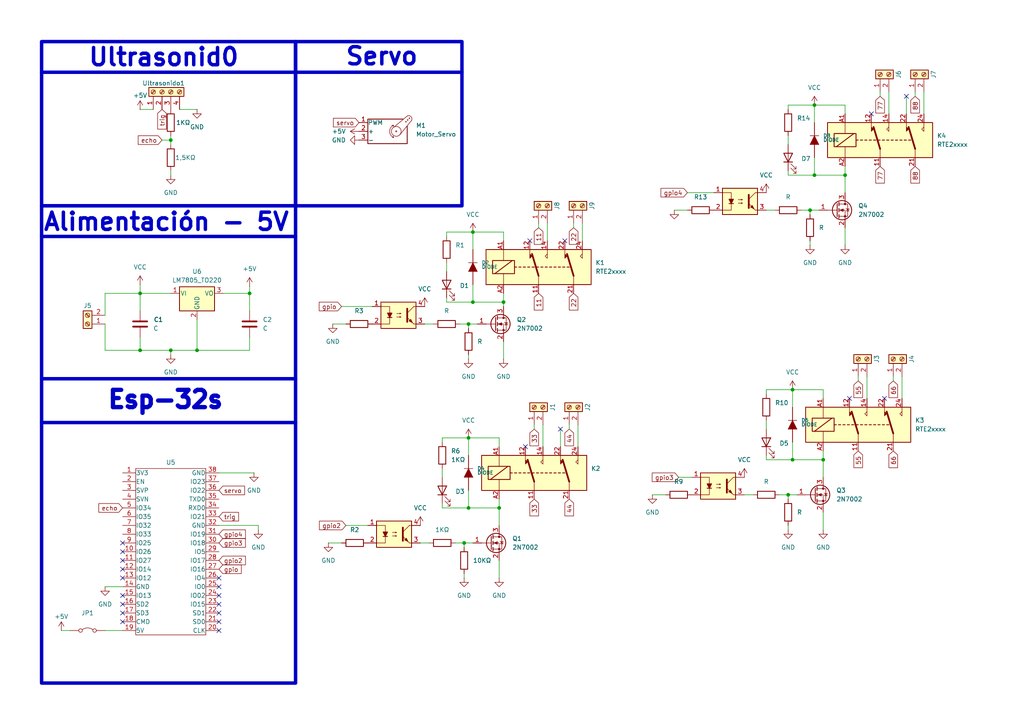
<source format=kicad_sch>
(kicad_sch (version 20231120) (generator "eeschema") (generator_version "8.0")
  (paper "A4")
  (lib_symbols
    (symbol "Connector:Screw_Terminal_01x02" (pin_names (offset 1.016) hide)
      (property "Reference" "J" (at 0 2.54 0))
      (property "Value" "Screw_Terminal_01x02" (at 0 -5.08 0))
      (symbol "Screw_Terminal_01x02_1_1"
        (pin passive line (at -5.08 0 0) (length 3.81) (name "Pin_1") (number "1"))
        (pin passive line (at -5.08 -2.54 0) (length 3.81) (name "Pin_2") (number "2"))
      )
    )
    (symbol "Connector:Screw_Terminal_01x04" (pin_names (offset 1.016) hide)
      (property "Reference" "J" (at 0 5.08 0))
      (property "Value" "Screw_Terminal_01x04" (at 0 -7.62 0))
      (symbol "Screw_Terminal_01x04_1_1"
        (pin passive line (at -5.08 2.54 0) (length 3.81) (name "Pin_1") (number "1"))
        (pin passive line (at -5.08 0 0) (length 3.81) (name "Pin_2") (number "2"))
        (pin passive line (at -5.08 -2.54 0) (length 3.81) (name "Pin_3") (number "3"))
        (pin passive line (at -5.08 -5.08 0) (length 3.81) (name "Pin_4") (number "4"))
      )
    )
    (symbol "Device:C" (pin_numbers hide) (pin_names (offset 0.254))
      (property "Reference" "C" (at 0.635 2.54 0))
      (property "Value" "C" (at 0.635 -2.54 0))
      (symbol "C_1_1"
        (pin passive line (at 0 3.81 270) (length 2.794) (name "~") (number "1"))
        (pin passive line (at 0 -3.81 90) (length 2.794) (name "~") (number "2"))
      )
    )
    (symbol "Device:LED" (pin_numbers hide) (pin_names (offset 1.016) hide)
      (property "Reference" "D" (at 0 2.54 0))
      (property "Value" "LED" (at 0 -2.54 0))
      (symbol "LED_1_1"
        (pin passive line (at -3.81 0 0) (length 2.54) (name "K") (number "1"))
        (pin passive line (at 3.81 0 180) (length 2.54) (name "A") (number "2"))
      )
    )
    (symbol "Device:R" (pin_numbers hide) (pin_names (offset 0))
      (property "Reference" "R" (at 2.032 0 90))
      (property "Value" "R" (at 0 0 90))
      (symbol "R_1_1"
        (pin passive line (at 0 3.81 270) (length 1.27) (name "~") (number "1"))
        (pin passive line (at 0 -3.81 90) (length 1.27) (name "~") (number "2"))
      )
    )
    (symbol "EESTN5:DIODE" (pin_numbers hide) (pin_names (offset 1.016) hide)
      (property "Reference" "D" (at 0 2.54 0))
      (property "Value" "DIODE" (at 0 -2.54 0))
      (symbol "DIODE_1_1"
        (pin passive line (at -5.08 0 0) (length 3.81) (name "A") (number "1"))
        (pin passive line (at 5.08 0 180) (length 3.81) (name "K") (number "2"))
      )
    )
    (symbol "EESTN5:ESP32_DEVKITC" (pin_names (offset 0.0254))
      (property "Reference" "U" (at 0 25.4 0))
      (property "Value" "ESP32_DEVKITC" (at 0 -25.4 0))
      (symbol "ESP32_DEVKITC_1_1"
        (pin passive line (at -13.97 22.86 0) (length 3.81) (name "3V3") (number "1"))
        (pin passive line (at -13.97 0 0) (length 3.81) (name "IO26") (number "10"))
        (pin passive line (at -13.97 -2.54 0) (length 3.81) (name "IO27") (number "11"))
        (pin passive line (at -13.97 -5.08 0) (length 3.81) (name "IO14") (number "12"))
        (pin passive line (at -13.97 -7.62 0) (length 3.81) (name "IO12") (number "13"))
        (pin passive line (at -13.97 -10.16 0) (length 3.81) (name "GND") (number "14"))
        (pin passive line (at -13.97 -12.7 0) (length 3.81) (name "IO13") (number "15"))
        (pin passive line (at -13.97 -15.24 0) (length 3.81) (name "SD2") (number "16"))
        (pin passive line (at -13.97 -17.78 0) (length 3.81) (name "SD3") (number "17"))
        (pin passive line (at -13.97 -20.32 0) (length 3.81) (name "CMD") (number "18"))
        (pin passive line (at -13.97 -22.86 0) (length 3.81) (name "5V") (number "19"))
        (pin passive line (at -13.97 20.32 0) (length 3.81) (name "EN") (number "2"))
        (pin passive line (at 13.97 -22.86 180) (length 3.81) (name "CLK") (number "20"))
        (pin passive line (at 13.97 -20.32 180) (length 3.81) (name "SD0") (number "21"))
        (pin passive line (at 13.97 -17.78 180) (length 3.81) (name "SD1") (number "22"))
        (pin passive line (at 13.97 -15.24 180) (length 3.81) (name "IO15") (number "23"))
        (pin passive line (at 13.97 -12.7 180) (length 3.81) (name "IO02") (number "24"))
        (pin passive line (at 13.97 -10.16 180) (length 3.81) (name "IO0") (number "25"))
        (pin passive line (at 13.97 -7.62 180) (length 3.81) (name "IO4") (number "26"))
        (pin passive line (at 13.97 -5.08 180) (length 3.81) (name "IO16") (number "27"))
        (pin passive line (at 13.97 -2.54 180) (length 3.81) (name "IO17") (number "28"))
        (pin passive line (at 13.97 0 180) (length 3.81) (name "IO5") (number "29"))
        (pin passive line (at -13.97 17.78 0) (length 3.81) (name "SVP") (number "3"))
        (pin passive line (at 13.97 2.54 180) (length 3.81) (name "IO18") (number "30"))
        (pin passive line (at 13.97 5.08 180) (length 3.81) (name "IO19") (number "31"))
        (pin passive line (at 13.97 7.62 180) (length 3.81) (name "GND") (number "32"))
        (pin passive line (at 13.97 10.16 180) (length 3.81) (name "IO21") (number "33"))
        (pin passive line (at 13.97 12.7 180) (length 3.81) (name "RXD0") (number "34"))
        (pin passive line (at 13.97 15.24 180) (length 3.81) (name "TXD0") (number "35"))
        (pin passive line (at 13.97 17.78 180) (length 3.81) (name "IO22") (number "36"))
        (pin passive line (at 13.97 20.32 180) (length 3.81) (name "IO23") (number "37"))
        (pin passive line (at 13.97 22.86 180) (length 3.81) (name "GND") (number "38"))
        (pin passive line (at -13.97 15.24 0) (length 3.81) (name "SVN") (number "4"))
        (pin passive line (at -13.97 12.7 0) (length 3.81) (name "IO34") (number "5"))
        (pin passive line (at -13.97 10.16 0) (length 3.81) (name "IO35") (number "6"))
        (pin passive line (at -13.97 7.62 0) (length 3.81) (name "IO32") (number "7"))
        (pin passive line (at -13.97 5.08 0) (length 3.81) (name "IO33") (number "8"))
        (pin passive line (at -13.97 2.54 0) (length 3.81) (name "IO25") (number "9"))
      )
    )
    (symbol "EESTN5:PC817" (pin_names (offset 1.016))
      (property "Reference" "U" (at -5.08 5.08 0))
      (property "Value" "PC817" (at 0 5.08 0))
      (symbol "PC817_1_1"
        (pin passive line (at -7.62 2.54 0) (length 2.54) (name "~") (number "1"))
        (pin passive line (at -7.62 -2.54 0) (length 2.54) (name "~") (number "2"))
        (pin passive line (at 7.62 -2.54 180) (length 2.54) (name "~") (number "3"))
        (pin passive line (at 7.62 2.54 180) (length 2.54) (name "~") (number "4"))
      )
    )
    (symbol "Jumper:Jumper_2_Bridged" (pin_numbers hide) (pin_names (offset 0) hide) (exclude_from_sim yes)
      (property "Reference" "JP" (at 0 1.905 0))
      (property "Value" "Jumper_2_Bridged" (at 0 -2.54 0))
      (symbol "Jumper_2_Bridged_1_1"
        (pin passive line (at -5.08 0 0) (length 2.54) (name "A") (number "1"))
        (pin passive line (at 5.08 0 180) (length 2.54) (name "B") (number "2"))
      )
    )
    (symbol "Motor:Motor_Servo" (pin_names (offset 0.0254))
      (property "Reference" "M" (at -5.08 4.445 0))
      (property "Value" "Motor_Servo" (at -5.08 -4.064 0))
      (symbol "Motor_Servo_1_1"
        (pin passive line (at -7.62 2.54 0) (length 2.54) (name "PWM") (number "1"))
        (pin passive line (at -7.62 0 0) (length 2.54) (name "+") (number "2"))
        (pin passive line (at -7.62 -2.54 0) (length 2.54) (name "-") (number "3"))
      )
    )
    (symbol "Regulator_Linear:LM7805_TO220" (pin_names (offset 0.254))
      (property "Reference" "U" (at -3.81 3.175 0))
      (property "Value" "LM7805_TO220" (at 0 3.175 0))
      (symbol "LM7805_TO220_1_1"
        (pin power_in line (at -7.62 0 0) (length 2.54) (name "VI") (number "1"))
        (pin power_in line (at 0 -7.62 90) (length 2.54) (name "GND") (number "2"))
        (pin power_out line (at 7.62 0 180) (length 2.54) (name "VO") (number "3"))
      )
    )
    (symbol "Relay:RTE2xxxx"
      (property "Reference" "K" (at 16.51 3.81 0))
      (property "Value" "RTE2xxxx" (at 16.51 1.27 0))
      (symbol "RTE2xxxx_1_1"
        (pin passive line (at 0 -7.62 90) (length 2.54) (name "~") (number "11"))
        (pin passive line (at -2.54 7.62 270) (length 2.54) (name "~") (number "12"))
        (pin passive line (at 2.54 7.62 270) (length 2.54) (name "~") (number "14"))
        (pin passive line (at 10.16 -7.62 90) (length 2.54) (name "~") (number "21"))
        (pin passive line (at 7.62 7.62 270) (length 2.54) (name "~") (number "22"))
        (pin passive line (at 12.7 7.62 270) (length 2.54) (name "~") (number "24"))
        (pin passive line (at -10.16 7.62 270) (length 2.54) (name "~") (number "A1"))
        (pin passive line (at -10.16 -7.62 90) (length 2.54) (name "~") (number "A2"))
      )
    )
    (symbol "Transistor_FET:2N7002" (pin_names hide)
      (property "Reference" "Q" (at 5.08 1.905 0))
      (property "Value" "2N7002" (at 5.08 0 0))
      (symbol "2N7002_1_1"
        (pin input line (at -5.08 0 0) (length 2.54) (name "G") (number "1"))
        (pin passive line (at 2.54 -5.08 90) (length 2.54) (name "S") (number "2"))
        (pin passive line (at 2.54 5.08 270) (length 2.54) (name "D") (number "3"))
      )
    )
    (symbol "power:+5V" (power) (pin_numbers hide) (pin_names (offset 0) hide)
      (property "Value" "+5V" (at 0 3.556 0))
      (symbol "+5V_1_1"
        (pin power_in line (at 0 0 90) (length 0) (name "~") (number "1"))
      )
    )
    (symbol "power:GND" (power) (pin_numbers hide) (pin_names (offset 0) hide)
      (property "Value" "GND" (at 0 -3.81 0))
      (symbol "GND_1_1"
        (pin power_in line (at 0 0 270) (length 0) (name "~") (number "1"))
      )
    )
    (symbol "power:VCC" (power) (pin_numbers hide) (pin_names (offset 0) hide)
      (property "Value" "VCC" (at 0 3.556 0))
      (symbol "VCC_1_1"
        (pin power_in line (at 0 0 90) (length 0) (name "~") (number "1"))
      )
    )
  )
  (junction (at 234.95 60.96))
  (junction (at 40.64 85.09))
  (junction (at 40.64 101.6))
  (junction (at 135.89 147.32))
  (junction (at 144.78 147.32))
  (junction (at 72.39 85.09))
  (junction (at 135.89 127))
  (junction (at 238.76 133.35))
  (junction (at 229.87 113.03))
  (junction (at 137.16 87.63))
  (junction (at 245.11 50.8))
  (junction (at 134.62 157.48))
  (junction (at 229.87 133.35))
  (junction (at 135.89 93.98))
  (junction (at 146.05 87.63))
  (junction (at 236.22 30.48))
  (junction (at 137.16 67.31))
  (junction (at 49.53 40.64))
  (junction (at 236.22 50.8))
  (junction (at 57.15 101.6))
  (junction (at 49.53 101.6))
  (junction (at 228.6 143.51))
  (no_connect (at 63.5 180.34))
  (no_connect (at 35.56 180.34))
  (no_connect (at 63.5 170.18))
  (no_connect (at 63.5 182.88))
  (no_connect (at 63.5 177.8))
  (no_connect (at 163.83 69.85))
  (no_connect (at 35.56 165.1))
  (no_connect (at 35.56 175.26))
  (no_connect (at 35.56 167.64))
  (no_connect (at 35.56 162.56))
  (no_connect (at 262.89 27.94))
  (no_connect (at 153.67 69.85))
  (no_connect (at 63.5 167.64))
  (no_connect (at 35.56 160.02))
  (no_connect (at 63.5 172.72))
  (no_connect (at 162.56 124.46))
  (no_connect (at 256.54 115.57))
  (no_connect (at 152.4 129.54))
  (no_connect (at 35.56 157.48))
  (no_connect (at 246.38 115.57))
  (no_connect (at 63.5 175.26))
  (no_connect (at 252.73 33.02))
  (no_connect (at 35.56 177.8))
  (no_connect (at 35.56 172.72))
  (wire (pts (xy 17.78 182.88) (xy 20.32 182.88)))
  (wire (pts (xy 64.77 85.09) (xy 72.39 85.09)))
  (wire (pts (xy 129.54 67.31) (xy 129.54 68.58)))
  (wire (pts (xy 134.62 167.64) (xy 134.62 166.37)))
  (wire (pts (xy 146.05 99.06) (xy 146.05 104.14)))
  (wire (pts (xy 144.78 127) (xy 135.89 127)))
  (wire (pts (xy 257.81 26.67) (xy 257.81 33.02)))
  (wire (pts (xy 168.91 64.77) (xy 168.91 69.85)))
  (wire (pts (xy 30.48 93.98) (xy 30.48 101.6)))
  (wire (pts (xy 189.23 143.51) (xy 193.04 143.51)))
  (wire (pts (xy 238.76 113.03) (xy 229.87 113.03)))
  (wire (pts (xy 40.64 82.55) (xy 40.64 85.09)))
  (wire (pts (xy 199.39 55.88) (xy 207.01 55.88)))
  (wire (pts (xy 99.06 88.9) (xy 107.95 88.9)))
  (wire (pts (xy 255.27 26.67) (xy 255.27 27.94)))
  (wire (pts (xy 124.46 157.48) (xy 121.92 157.48)))
  (wire (pts (xy 236.22 30.48) (xy 236.22 35.56)))
  (wire (pts (xy 228.6 50.8) (xy 236.22 50.8)))
  (wire (pts (xy 144.78 162.56) (xy 144.78 167.64)))
  (wire (pts (xy 137.16 67.31) (xy 137.16 72.39)))
  (wire (pts (xy 30.48 170.18) (xy 35.56 170.18)))
  (wire (pts (xy 236.22 45.72) (xy 236.22 50.8)))
  (wire (pts (xy 57.15 31.75) (xy 52.07 31.75)))
  (wire (pts (xy 128.27 135.89) (xy 128.27 138.43)))
  (wire (pts (xy 30.48 101.6) (xy 40.64 101.6)))
  (wire (pts (xy 238.76 113.03) (xy 238.76 115.57)))
  (wire (pts (xy 144.78 144.78) (xy 144.78 147.32)))
  (wire (pts (xy 245.11 66.04) (xy 245.11 71.12)))
  (wire (pts (xy 238.76 130.81) (xy 238.76 133.35)))
  (wire (pts (xy 46.99 40.64) (xy 49.53 40.64)))
  (wire (pts (xy 40.64 90.17) (xy 40.64 85.09)))
  (wire (pts (xy 236.22 50.8) (xy 245.11 50.8)))
  (wire (pts (xy 267.97 26.67) (xy 267.97 33.02)))
  (wire (pts (xy 132.08 157.48) (xy 134.62 157.48)))
  (wire (pts (xy 222.25 113.03) (xy 229.87 113.03)))
  (wire (pts (xy 158.75 64.77) (xy 158.75 69.85)))
  (wire (pts (xy 133.35 93.98) (xy 135.89 93.98)))
  (wire (pts (xy 49.53 102.87) (xy 49.53 101.6)))
  (wire (pts (xy 128.27 147.32) (xy 135.89 147.32)))
  (wire (pts (xy 125.73 93.98) (xy 123.19 93.98)))
  (wire (pts (xy 234.95 60.96) (xy 237.49 60.96)))
  (wire (pts (xy 137.16 82.55) (xy 137.16 87.63)))
  (wire (pts (xy 74.93 152.4) (xy 63.5 152.4)))
  (wire (pts (xy 72.39 90.17) (xy 72.39 85.09)))
  (wire (pts (xy 129.54 76.2) (xy 129.54 78.74)))
  (wire (pts (xy 146.05 67.31) (xy 146.05 69.85)))
  (wire (pts (xy 245.11 30.48) (xy 236.22 30.48)))
  (wire (pts (xy 228.6 30.48) (xy 236.22 30.48)))
  (wire (pts (xy 128.27 127) (xy 135.89 127)))
  (wire (pts (xy 229.87 128.27) (xy 229.87 133.35)))
  (wire (pts (xy 144.78 127) (xy 144.78 129.54)))
  (wire (pts (xy 259.08 109.22) (xy 259.08 110.49)))
  (wire (pts (xy 57.15 92.71) (xy 57.15 101.6)))
  (wire (pts (xy 135.89 127) (xy 135.89 132.08)))
  (wire (pts (xy 74.93 153.67) (xy 74.93 152.4)))
  (wire (pts (xy 156.21 64.77) (xy 156.21 66.04)))
  (wire (pts (xy 245.11 50.8) (xy 245.11 55.88)))
  (wire (pts (xy 229.87 113.03) (xy 229.87 118.11)))
  (wire (pts (xy 135.89 104.14) (xy 135.89 102.87)))
  (wire (pts (xy 57.15 101.6) (xy 72.39 101.6)))
  (wire (pts (xy 49.53 39.37) (xy 49.53 40.64)))
  (wire (pts (xy 40.64 101.6) (xy 49.53 101.6)))
  (wire (pts (xy 100.33 152.4) (xy 106.68 152.4)))
  (wire (pts (xy 49.53 101.6) (xy 57.15 101.6)))
  (wire (pts (xy 218.44 143.51) (xy 215.9 143.51)))
  (wire (pts (xy 95.25 157.48) (xy 99.06 157.48)))
  (wire (pts (xy 245.11 48.26) (xy 245.11 50.8)))
  (wire (pts (xy 49.53 50.8) (xy 49.53 49.53)))
  (wire (pts (xy 261.62 109.22) (xy 261.62 115.57)))
  (wire (pts (xy 40.64 97.79) (xy 40.64 101.6)))
  (wire (pts (xy 135.89 142.24) (xy 135.89 147.32)))
  (wire (pts (xy 135.89 95.25) (xy 135.89 93.98)))
  (wire (pts (xy 226.06 143.51) (xy 228.6 143.51)))
  (wire (pts (xy 40.64 85.09) (xy 49.53 85.09)))
  (wire (pts (xy 128.27 146.05) (xy 128.27 147.32)))
  (wire (pts (xy 228.6 49.53) (xy 228.6 50.8)))
  (wire (pts (xy 154.94 123.19) (xy 154.94 124.46)))
  (wire (pts (xy 222.25 133.35) (xy 229.87 133.35)))
  (wire (pts (xy 265.43 26.67) (xy 265.43 27.94)))
  (wire (pts (xy 222.25 121.92) (xy 222.25 124.46)))
  (wire (pts (xy 134.62 158.75) (xy 134.62 157.48)))
  (wire (pts (xy 30.48 85.09) (xy 40.64 85.09)))
  (wire (pts (xy 167.64 123.19) (xy 167.64 129.54)))
  (wire (pts (xy 30.48 91.44) (xy 30.48 85.09)))
  (wire (pts (xy 224.79 60.96) (xy 222.25 60.96)))
  (wire (pts (xy 228.6 153.67) (xy 228.6 152.4)))
  (wire (pts (xy 238.76 148.59) (xy 238.76 153.67)))
  (wire (pts (xy 196.85 138.43) (xy 200.66 138.43)))
  (wire (pts (xy 228.6 39.37) (xy 228.6 41.91)))
  (wire (pts (xy 228.6 144.78) (xy 228.6 143.51)))
  (wire (pts (xy 228.6 143.51) (xy 231.14 143.51)))
  (wire (pts (xy 73.66 137.16) (xy 63.5 137.16)))
  (wire (pts (xy 234.95 62.23) (xy 234.95 60.96)))
  (wire (pts (xy 30.48 182.88) (xy 35.56 182.88)))
  (wire (pts (xy 262.89 33.02) (xy 262.89 27.94)))
  (wire (pts (xy 234.95 71.12) (xy 234.95 69.85)))
  (wire (pts (xy 96.52 93.98) (xy 100.33 93.98)))
  (wire (pts (xy 146.05 85.09) (xy 146.05 87.63)))
  (wire (pts (xy 248.92 109.22) (xy 248.92 110.49)))
  (wire (pts (xy 222.25 113.03) (xy 222.25 114.3)))
  (wire (pts (xy 134.62 157.48) (xy 137.16 157.48)))
  (wire (pts (xy 40.64 31.75) (xy 44.45 31.75)))
  (wire (pts (xy 146.05 67.31) (xy 137.16 67.31)))
  (wire (pts (xy 195.58 60.96) (xy 199.39 60.96)))
  (wire (pts (xy 129.54 87.63) (xy 137.16 87.63)))
  (wire (pts (xy 166.37 64.77) (xy 166.37 66.04)))
  (wire (pts (xy 157.48 123.19) (xy 157.48 129.54)))
  (wire (pts (xy 146.05 87.63) (xy 146.05 88.9)))
  (wire (pts (xy 128.27 127) (xy 128.27 128.27)))
  (wire (pts (xy 228.6 30.48) (xy 228.6 31.75)))
  (wire (pts (xy 162.56 129.54) (xy 162.56 124.46)))
  (wire (pts (xy 72.39 83.058) (xy 72.39 85.09)))
  (wire (pts (xy 229.87 133.35) (xy 238.76 133.35)))
  (wire (pts (xy 232.41 60.96) (xy 234.95 60.96)))
  (wire (pts (xy 144.78 147.32) (xy 144.78 152.4)))
  (wire (pts (xy 165.1 123.19) (xy 165.1 124.46)))
  (wire (pts (xy 49.53 40.64) (xy 49.53 41.91)))
  (wire (pts (xy 251.46 109.22) (xy 251.46 115.57)))
  (wire (pts (xy 72.39 97.79) (xy 72.39 101.6)))
  (wire (pts (xy 137.16 87.63) (xy 146.05 87.63)))
  (wire (pts (xy 129.54 86.36) (xy 129.54 87.63)))
  (wire (pts (xy 135.89 147.32) (xy 144.78 147.32)))
  (wire (pts (xy 222.25 132.08) (xy 222.25 133.35)))
  (wire (pts (xy 245.11 30.48) (xy 245.11 33.02)))
  (wire (pts (xy 135.89 93.98) (xy 138.43 93.98)))
  (wire (pts (xy 238.76 133.35) (xy 238.76 138.43)))
  (wire (pts (xy 129.54 67.31) (xy 137.16 67.31)))
  (rectangle (start 12.065 122.555) (end 85.725 122.555) (stroke (width 1)))
  (rectangle (start 12.065 68.58) (end 85.725 68.58) (stroke (width 1)))
  (rectangle (start 12.065 109.855) (end 85.725 198.12) (stroke (width 1)))
  (rectangle (start 12.065 12.065) (end 85.725 59.69) (stroke (width 1)))
  (rectangle (start 12.065 20.955) (end 85.725 20.955) (stroke (width 1)))
  (rectangle (start 85.725 20.955) (end 133.985 20.955) (stroke (width 1)))
  (rectangle (start 85.725 12.065) (end 133.985 59.69) (stroke (width 1)))
  (rectangle (start 12.065 59.69) (end 85.725 109.855) (stroke (width 1)))
  (text "Esp-32s" (at 48.006 116.078 0) (effects (font (size 5 5) (thickness 2) (bold yes))))
  (text "Alimentación - 5V" (at 48.26 64.516 0) (effects (font (size 5 5) (thickness 1) (bold yes))))
  (text "Ultrasonid0\n" (at 47.498 16.764 0) (effects (font (size 5 5) (thickness 1) (bold yes))))
  (text "Servo\n" (at 110.744 16.51 0) (effects (font (size 5 5) (thickness 1) (bold yes))))
  (global_label "33" (shape input) (at 154.94 124.46 270) (property "Intersheetrefs" "${INTERSHEET_REFS}" (effects (hide yes))))
  (global_label "gpio4" (shape input) (at 63.5 154.94 0) (property "Intersheetrefs" "${INTERSHEET_REFS}" (effects (hide yes))))
  (global_label "55" (shape input) (at 248.92 110.49 270) (property "Intersheetrefs" "${INTERSHEET_REFS}" (effects (hide yes))))
  (global_label "88" (shape input) (at 265.43 48.26 270) (property "Intersheetrefs" "${INTERSHEET_REFS}" (effects (hide yes))))
  (global_label "44" (shape input) (at 165.1 124.46 270) (property "Intersheetrefs" "${INTERSHEET_REFS}" (effects (hide yes))))
  (global_label "gpio" (shape input) (at 99.06 88.9 180) (property "Intersheetrefs" "${INTERSHEET_REFS}" (effects (hide yes))))
  (global_label "gpio2" (shape input) (at 100.33 152.4 180) (property "Intersheetrefs" "${INTERSHEET_REFS}" (effects (hide yes))))
  (global_label "22" (shape input) (at 166.37 66.04 270) (property "Intersheetrefs" "${INTERSHEET_REFS}" (effects (hide yes))))
  (global_label "66" (shape input) (at 259.08 130.81 270) (property "Intersheetrefs" "${INTERSHEET_REFS}" (effects (hide yes))))
  (global_label "55" (shape input) (at 248.92 130.81 270) (property "Intersheetrefs" "${INTERSHEET_REFS}" (effects (hide yes))))
  (global_label "trig" (shape input) (at 63.5 149.86 0) (property "Intersheetrefs" "${INTERSHEET_REFS}" (effects (hide yes))))
  (global_label "11" (shape input) (at 156.21 85.09 270) (property "Intersheetrefs" "${INTERSHEET_REFS}" (effects (hide yes))))
  (global_label "gpio2" (shape input) (at 63.5 162.56 0) (property "Intersheetrefs" "${INTERSHEET_REFS}" (effects (hide yes))))
  (global_label "gpio4" (shape input) (at 199.39 55.88 180) (property "Intersheetrefs" "${INTERSHEET_REFS}" (effects (hide yes))))
  (global_label "88" (shape input) (at 265.43 27.94 270) (property "Intersheetrefs" "${INTERSHEET_REFS}" (effects (hide yes))))
  (global_label "echo" (shape input) (at 35.56 147.32 180) (property "Intersheetrefs" "${INTERSHEET_REFS}" (effects (hide yes))))
  (global_label "77" (shape input) (at 255.27 27.94 270) (property "Intersheetrefs" "${INTERSHEET_REFS}" (effects (hide yes))))
  (global_label "trig" (shape input) (at 46.99 31.75 270) (property "Intersheetrefs" "${INTERSHEET_REFS}" (effects (hide yes))))
  (global_label "66" (shape input) (at 259.08 110.49 270) (property "Intersheetrefs" "${INTERSHEET_REFS}" (effects (hide yes))))
  (global_label "servo" (shape input) (at 63.5 142.24 0) (property "Intersheetrefs" "${INTERSHEET_REFS}" (effects (hide yes))))
  (global_label "44" (shape input) (at 165.1 144.78 270) (property "Intersheetrefs" "${INTERSHEET_REFS}" (effects (hide yes))))
  (global_label "33" (shape input) (at 154.94 144.78 270) (property "Intersheetrefs" "${INTERSHEET_REFS}" (effects (hide yes))))
  (global_label "gpio" (shape input) (at 63.5 165.1 0) (property "Intersheetrefs" "${INTERSHEET_REFS}" (effects (hide yes))))
  (global_label "gpio3" (shape input) (at 63.5 157.48 0) (property "Intersheetrefs" "${INTERSHEET_REFS}" (effects (hide yes))))
  (global_label "11" (shape input) (at 156.21 66.04 270) (property "Intersheetrefs" "${INTERSHEET_REFS}" (effects (hide yes))))
  (global_label "22" (shape input) (at 166.37 85.09 270) (property "Intersheetrefs" "${INTERSHEET_REFS}" (effects (hide yes))))
  (global_label "servo" (shape input) (at 104.14 35.56 180) (property "Intersheetrefs" "${INTERSHEET_REFS}" (effects (hide yes))))
  (global_label "echo" (shape input) (at 46.99 40.64 180) (property "Intersheetrefs" "${INTERSHEET_REFS}" (effects (hide yes))))
  (global_label "gpio3" (shape input) (at 196.85 138.43 180) (property "Intersheetrefs" "${INTERSHEET_REFS}" (effects (hide yes))))
  (global_label "77" (shape input) (at 255.27 48.26 270) (property "Intersheetrefs" "${INTERSHEET_REFS}" (effects (hide yes))))
  (symbol (lib_id "Device:R") (at 222.25 143.51 270) (unit 1)
    (property "Reference" "R11" (effects (hide yes)))
    (property "Value" "R" (at 222.25 139.7 90))
    (property "Footprint" "Resistor_SMD:R_0805_2012Metric" (effects (hide yes)))
    (property "Description" "Resistor" (effects (hide yes)))
  )
  (symbol (lib_id "power:GND") (at 95.25 157.48 0) (unit 1)
    (property "Reference" "#PWR01" (effects (hide yes)))
    (property "Value" "GND" (at 95.25 162.56 0))
    (property "Description" "Power symbol creates a global label with name \"GND\" , ground" (effects (hide yes)))
  )
  (symbol (lib_id "Connector:Screw_Terminal_01x02") (at 166.37 59.69 90) (unit 1)
    (property "Reference" "J9" (at 171.704 59.69 0))
    (property "Value" "Screw_Terminal_01x02" (effects (hide yes)))
    (property "Footprint" "TerminalBlock:TerminalBlock_Altech_AK300-2_P5.00mm" (effects (hide yes)))
    (property "Description" "Generic screw terminal, single row, 01x02, script generated (kicad-library-utils/schlib/autogen/connector/)" (effects (hide yes)))
  )
  (symbol (lib_id "power:+5V") (at 72.39 83.058 0) (unit 1)
    (property "Reference" "#PWR030" (effects (hide yes)))
    (property "Value" "+5V" (at 72.39 77.978 0))
    (property "Description" "Power symbol creates a global label with name \"+5V\"" (effects (hide yes)))
  )
  (symbol (lib_id "Device:R") (at 129.54 93.98 270) (unit 1)
    (property "Reference" "R5" (effects (hide yes)))
    (property "Value" "R" (at 129.54 90.17 90))
    (property "Footprint" "Resistor_SMD:R_0805_2012Metric" (effects (hide yes)))
    (property "Description" "Resistor" (effects (hide yes)))
  )
  (symbol (lib_id "Device:R") (at 228.6 148.59 180) (unit 1)
    (property "Reference" "R12" (effects (hide yes)))
    (property "Value" "R" (at 231.14 148.5899 0) (effects (justify right)))
    (property "Footprint" "Resistor_SMD:R_0805_2012Metric" (effects (hide yes)))
    (property "Description" "Resistor" (effects (hide yes)))
  )
  (symbol (lib_id "EESTN5:DIODE") (at 135.89 137.16 90) (unit 1)
    (property "Reference" "D4" (at 138.43 135.8518 90) (effects (font (size 1.016 1.016)) (justify right)))
    (property "Value" "DIODE" (at 138.43 137.1218 90) (effects (font (size 1.016 1.016)) (justify right)))
    (property "Footprint" "Diode_SMD:D_SMA" (effects (hide yes)))
  )
  (symbol (lib_id "Connector:Screw_Terminal_01x02") (at 255.27 21.59 90) (unit 1)
    (property "Reference" "J6" (at 260.604 21.59 0))
    (property "Value" "Screw_Terminal_01x02" (effects (hide yes)))
    (property "Footprint" "TerminalBlock:TerminalBlock_Altech_AK300-2_P5.00mm" (effects (hide yes)))
    (property "Description" "Generic screw terminal, single row, 01x02, script generated (kicad-library-utils/schlib/autogen/connector/)" (effects (hide yes)))
  )
  (symbol (lib_id "Connector:Screw_Terminal_01x02") (at 265.43 21.59 90) (unit 1)
    (property "Reference" "J7" (at 270.764 21.59 0))
    (property "Value" "Screw_Terminal_01x02" (effects (hide yes)))
    (property "Footprint" "TerminalBlock:TerminalBlock_Altech_AK300-2_P5.00mm" (effects (hide yes)))
    (property "Description" "Generic screw terminal, single row, 01x02, script generated (kicad-library-utils/schlib/autogen/connector/)" (effects (hide yes)))
  )
  (symbol (lib_id "power:GND") (at 245.11 71.12 0) (unit 1)
    (property "Reference" "#PWR016" (effects (hide yes)))
    (property "Value" "GND" (at 245.11 76.2 0))
    (property "Description" "Power symbol creates a global label with name \"GND\" , ground" (effects (hide yes)))
  )
  (symbol (lib_id "power:GND") (at 30.48 170.18 0) (unit 1)
    (property "Reference" "#PWR020" (effects (hide yes)))
    (property "Value" "GND" (at 30.48 175.26 0))
    (property "Description" "Power symbol creates a global label with name \"GND\" , ground" (effects (hide yes)))
  )
  (symbol (lib_id "Device:C") (at 40.64 93.98 0) (unit 1)
    (property "Reference" "C1" (at 44.45 92.7099 0) (effects (font (bold yes)) (justify left)))
    (property "Value" "C" (at 44.45 95.2499 0) (effects (justify left)))
    (property "Footprint" "Capacitor_SMD:C_0805_2012Metric" (effects (hide yes)))
    (property "Description" "Unpolarized capacitor" (effects (hide yes)))
  )
  (symbol (lib_id "power:+5V") (at 40.64 31.75 0) (unit 1)
    (property "Reference" "#PWR026" (effects (hide yes)))
    (property "Value" "+5V" (at 38.608 27.686 0) (effects (justify left)))
    (property "Description" "Power symbol creates a global label with name \"+5V\"" (effects (hide yes)))
  )
  (symbol (lib_id "power:GND") (at 234.95 71.12 0) (unit 1)
    (property "Reference" "#PWR015" (effects (hide yes)))
    (property "Value" "GND" (at 234.95 76.2 0))
    (property "Description" "Power symbol creates a global label with name \"GND\" , ground" (effects (hide yes)))
  )
  (symbol (lib_id "Transistor_FET:2N7002") (at 242.57 60.96 0) (unit 1)
    (property "Reference" "Q4" (at 248.92 59.6899 0) (effects (justify left)))
    (property "Value" "2N7002" (at 248.92 62.2299 0) (effects (justify left)))
    (property "Footprint" "Package_TO_SOT_SMD:SOT-23" (effects (hide yes)))
    (property "Datasheet" "https://www.onsemi.com/pub/Collateral/NDS7002A-D.PDF" (effects (hide yes)))
    (property "Description" "0.115A Id, 60V Vds, N-Channel MOSFET, SOT-23" (effects (hide yes)))
  )
  (symbol (lib_id "Transistor_FET:2N7002") (at 236.22 143.51 0) (unit 1)
    (property "Reference" "Q3" (at 242.57 142.2399 0) (effects (justify left)))
    (property "Value" "2N7002" (at 242.57 144.7799 0) (effects (justify left)))
    (property "Footprint" "Package_TO_SOT_SMD:SOT-23" (effects (hide yes)))
    (property "Datasheet" "https://www.onsemi.com/pub/Collateral/NDS7002A-D.PDF" (effects (hide yes)))
    (property "Description" "0.115A Id, 60V Vds, N-Channel MOSFET, SOT-23" (effects (hide yes)))
  )
  (symbol (lib_id "power:VCC") (at 222.25 55.88 0) (unit 1)
    (property "Reference" "#PWR014" (effects (hide yes)))
    (property "Value" "VCC" (at 222.25 50.8 0))
    (property "Description" "Power symbol creates a global label with name \"VCC\"" (effects (hide yes)))
  )
  (symbol (lib_id "Device:LED") (at 222.25 128.27 90) (unit 1)
    (property "Reference" "D5" (at 226.06 128.5874 90) (effects (justify right)))
    (property "Value" "LED" (effects (hide yes)))
    (property "Footprint" "LED_SMD:LED_0805_2012Metric" (effects (hide yes)))
    (property "Description" "Light emitting diode" (effects (hide yes)))
  )
  (symbol (lib_id "Jumper:Jumper_2_Bridged") (at 25.4 182.88 0) (unit 1) (exclude_from_sim yes)
    (property "Reference" "JP1" (at 25.4 177.8 0))
    (property "Value" "Jumper_2_Bridged" (effects (hide yes)))
    (property "Footprint" "Connector_PinHeader_2.54mm:PinHeader_1x02_P2.54mm_Vertical" (effects (hide yes)))
    (property "Description" "Jumper, 2-pole, closed/bridged" (effects (hide yes)))
  )
  (symbol (lib_id "Connector:Screw_Terminal_01x02") (at 156.21 59.69 90) (unit 1)
    (property "Reference" "J8" (at 161.544 59.69 0))
    (property "Value" "Screw_Terminal_01x02" (effects (hide yes)))
    (property "Footprint" "TerminalBlock:TerminalBlock_Altech_AK300-2_P5.00mm" (effects (hide yes)))
    (property "Description" "Generic screw terminal, single row, 01x02, script generated (kicad-library-utils/schlib/autogen/connector/)" (effects (hide yes)))
  )
  (symbol (lib_id "EESTN5:ESP32_DEVKITC") (at 49.53 160.02 0) (unit 1)
    (property "Reference" "U5" (at 49.53 134.112 0))
    (property "Value" "ESP32_DEVKITC" (effects (hide yes)))
    (property "Footprint" "EESTN5:ESP32S" (effects (hide yes)))
    (property "Description" "ESP32-DEVKITC" (effects (hide yes)))
  )
  (symbol (lib_id "Device:R") (at 135.89 99.06 180) (unit 1)
    (property "Reference" "R4" (effects (hide yes)))
    (property "Value" "R" (at 138.43 99.0599 0) (effects (justify right)))
    (property "Footprint" "Resistor_SMD:R_0805_2012Metric" (effects (hide yes)))
    (property "Description" "Resistor" (effects (hide yes)))
  )
  (symbol (lib_id "Connector:Screw_Terminal_01x02") (at 248.92 104.14 90) (unit 1)
    (property "Reference" "J3" (at 254.254 104.14 0))
    (property "Value" "Screw_Terminal_01x02" (effects (hide yes)))
    (property "Footprint" "TerminalBlock:TerminalBlock_Altech_AK300-2_P5.00mm" (effects (hide yes)))
    (property "Description" "Generic screw terminal, single row, 01x02, script generated (kicad-library-utils/schlib/autogen/connector/)" (effects (hide yes)))
  )
  (symbol (lib_id "Device:R") (at 234.95 66.04 180) (unit 1)
    (property "Reference" "R16" (effects (hide yes)))
    (property "Value" "R" (at 237.49 66.0399 0) (effects (justify right)))
    (property "Footprint" "Resistor_SMD:R_0805_2012Metric" (effects (hide yes)))
    (property "Description" "Resistor" (effects (hide yes)))
  )
  (symbol (lib_id "power:VCC") (at 215.9 138.43 0) (unit 1)
    (property "Reference" "#PWR010" (effects (hide yes)))
    (property "Value" "VCC" (at 215.9 133.35 0))
    (property "Description" "Power symbol creates a global label with name \"VCC\"" (effects (hide yes)))
  )
  (symbol (lib_id "Transistor_FET:2N7002") (at 142.24 157.48 0) (unit 1)
    (property "Reference" "Q1" (at 148.59 156.2099 0) (effects (justify left)))
    (property "Value" "2N7002" (at 148.59 158.7499 0) (effects (justify left)))
    (property "Footprint" "Package_TO_SOT_SMD:SOT-23" (effects (hide yes)))
    (property "Datasheet" "https://www.onsemi.com/pub/Collateral/NDS7002A-D.PDF" (effects (hide yes)))
    (property "Description" "0.115A Id, 60V Vds, N-Channel MOSFET, SOT-23" (effects (hide yes)))
  )
  (symbol (lib_id "Device:R") (at 228.6 35.56 0) (unit 1)
    (property "Reference" "R14" (at 231.14 34.2899 0) (effects (justify left)))
    (property "Value" "R" (effects (hide yes)))
    (property "Footprint" "Resistor_SMD:R_0805_2012Metric" (effects (hide yes)))
    (property "Description" "Resistor" (effects (hide yes)))
  )
  (symbol (lib_id "power:VCC") (at 40.64 82.55 0) (unit 1)
    (property "Reference" "#PWR028" (effects (hide yes)))
    (property "Value" "VCC" (at 40.64 77.47 0))
    (property "Description" "Power symbol creates a global label with name \"VCC\"" (effects (hide yes)))
  )
  (symbol (lib_id "Motor:Motor_Servo") (at 111.76 38.1 0) (unit 1)
    (property "Reference" "M1" (at 120.65 36.3965 0) (effects (justify left)))
    (property "Value" "Motor_Servo" (at 120.65 38.9365 0) (effects (justify left)))
    (property "Footprint" "Connector_JST:JST_XH_B3B-XH-A_1x03_P2.50mm_Vertical" (effects (hide yes)))
    (property "Datasheet" "http://forums.parallax.com/uploads/attachments/46831/74481.png" (effects (hide yes)))
    (property "Description" "Servo Motor (Futaba, HiTec, JR connector)" (effects (hide yes)))
  )
  (symbol (lib_id "Connector:Screw_Terminal_01x02") (at 259.08 104.14 90) (unit 1)
    (property "Reference" "J4" (at 264.414 104.14 0))
    (property "Value" "Screw_Terminal_01x02" (effects (hide yes)))
    (property "Footprint" "TerminalBlock:TerminalBlock_Altech_AK300-2_P5.00mm" (effects (hide yes)))
    (property "Description" "Generic screw terminal, single row, 01x02, script generated (kicad-library-utils/schlib/autogen/connector/)" (effects (hide yes)))
  )
  (symbol (lib_id "power:GND") (at 135.89 104.14 0) (unit 1)
    (property "Reference" "#PWR03" (effects (hide yes)))
    (property "Value" "GND" (at 135.89 109.22 0))
    (property "Description" "Power symbol creates a global label with name \"GND\" , ground" (effects (hide yes)))
  )
  (symbol (lib_id "Relay:RTE2xxxx") (at 255.27 40.64 0) (unit 1)
    (property "Reference" "K4" (at 271.78 39.3699 0) (effects (justify left)))
    (property "Value" "RTE2xxxx" (at 271.78 41.9099 0) (effects (justify left)))
    (property "Footprint" "Relay_THT:Relay_DPDT_Schrack-RT2-FormC_RM5mm" (effects (hide yes)))
    (property "Datasheet" "http://www.te.com/commerce/DocumentDelivery/DDEController?Action=showdoc&DocId=Data+Sheet%7FRT2%7F1014%7Fpdf%7FEnglish%7FENG_DS_RT2_1014.pdf%7F6-1393243-3" (effects (hide yes)))
    (property "Description" "Schrack RT2 relay, monostable dual pole dual throw, DC or AC coil" (effects (hide yes)))
  )
  (symbol (lib_id "Device:C") (at 72.39 93.98 0) (unit 1)
    (property "Reference" "C2" (at 76.2 92.7099 0) (effects (justify left)))
    (property "Value" "C" (at 76.2 95.2499 0) (effects (justify left)))
    (property "Footprint" "Capacitor_SMD:C_0805_2012Metric" (effects (hide yes)))
    (property "Description" "Unpolarized capacitor" (effects (hide yes)))
  )
  (symbol (lib_id "EESTN5:PC817") (at 115.57 91.44 0) (unit 1)
    (property "Reference" "U1" (effects (hide yes)))
    (property "Value" "PC817" (effects (hide yes)))
    (property "Footprint" "PC817-B (1):DIP762W50P254L650H455Q4B" (effects (hide yes)))
    (property "Datasheet" "http://www.soselectronic.cz/a_info/resource/d/pc817.pdf" (effects (hide yes)))
    (property "Description" "DC Optocoupler, Vce 35V, CTR 50-300%, DIP4" (effects (hide yes)))
  )
  (symbol (lib_id "power:VCC") (at 229.87 113.03 0) (unit 1)
    (property "Reference" "#PWR019" (effects (hide yes)))
    (property "Value" "VCC" (at 229.87 107.95 0))
    (property "Description" "Power symbol creates a global label with name \"VCC\"" (effects (hide yes)))
  )
  (symbol (lib_id "Connector:Screw_Terminal_01x02") (at 154.94 118.11 90) (unit 1)
    (property "Reference" "J1" (at 160.274 118.11 0))
    (property "Value" "Screw_Terminal_01x02" (effects (hide yes)))
    (property "Footprint" "TerminalBlock:TerminalBlock_Altech_AK300-2_P5.00mm" (effects (hide yes)))
    (property "Description" "Generic screw terminal, single row, 01x02, script generated (kicad-library-utils/schlib/autogen/connector/)" (effects (hide yes)))
  )
  (symbol (lib_id "EESTN5:PC817") (at 208.28 140.97 0) (unit 1)
    (property "Reference" "U3" (effects (hide yes)))
    (property "Value" "PC817" (effects (hide yes)))
    (property "Footprint" "PC817-B (1):DIP762W50P254L650H455Q4B" (effects (hide yes)))
    (property "Datasheet" "http://www.soselectronic.cz/a_info/resource/d/pc817.pdf" (effects (hide yes)))
    (property "Description" "DC Optocoupler, Vce 35V, CTR 50-300%, DIP4" (effects (hide yes)))
  )
  (symbol (lib_id "EESTN5:DIODE") (at 137.16 77.47 90) (unit 1)
    (property "Reference" "D2" (at 139.7 76.1618 90) (effects (font (size 1.016 1.016)) (justify right)))
    (property "Value" "DIODE" (at 139.7 77.4318 90) (effects (font (size 1.016 1.016)) (justify right)))
    (property "Footprint" "Diode_SMD:D_SMA" (effects (hide yes)))
  )
  (symbol (lib_id "Device:R") (at 134.62 162.56 180) (unit 1)
    (property "Reference" "R8" (effects (hide yes)))
    (property "Value" "10KΩ" (at 137.16 162.5599 0) (effects (justify right)))
    (property "Footprint" "Resistor_SMD:R_0805_2012Metric" (effects (hide yes)))
    (property "Description" "Resistor" (effects (hide yes)))
  )
  (symbol (lib_id "EESTN5:DIODE") (at 236.22 40.64 90) (unit 1)
    (property "Reference" "D8" (at 238.76 39.3318 90) (effects (font (size 1.016 1.016)) (justify right)))
    (property "Value" "DIODE" (at 238.76 40.6018 90) (effects (font (size 1.016 1.016)) (justify right)))
    (property "Footprint" "Diode_SMD:D_SMA" (effects (hide yes)))
  )
  (symbol (lib_id "EESTN5:PC817") (at 114.3 154.94 0) (unit 1)
    (property "Reference" "U2" (effects (hide yes)))
    (property "Value" "PC817" (effects (hide yes)))
    (property "Footprint" "PC817-B (1):DIP762W50P254L650H455Q4B" (effects (hide yes)))
    (property "Datasheet" "http://www.soselectronic.cz/a_info/resource/d/pc817.pdf" (effects (hide yes)))
    (property "Description" "DC Optocoupler, Vce 35V, CTR 50-300%, DIP4" (effects (hide yes)))
  )
  (symbol (lib_id "Device:R") (at 128.27 132.08 0) (unit 1)
    (property "Reference" "R6" (at 130.81 130.8099 0) (effects (justify left)))
    (property "Value" "1KΩ" (at 130.81 133.3499 0) (effects (justify left)))
    (property "Footprint" "Resistor_SMD:R_0805_2012Metric" (effects (hide yes)))
    (property "Description" "Resistor" (effects (hide yes)))
  )
  (symbol (lib_id "power:GND") (at 195.58 60.96 0) (unit 1)
    (property "Reference" "#PWR013" (effects (hide yes)))
    (property "Value" "GND" (effects (hide yes)))
    (property "Description" "Power symbol creates a global label with name \"GND\" , ground" (effects (hide yes)))
  )
  (symbol (lib_id "power:GND") (at 238.76 153.67 0) (unit 1)
    (property "Reference" "#PWR012" (effects (hide yes)))
    (property "Value" "GND" (at 238.76 158.75 0))
    (property "Description" "Power symbol creates a global label with name \"GND\" , ground" (effects (hide yes)))
  )
  (symbol (lib_id "power:GND") (at 74.93 153.67 0) (unit 1)
    (property "Reference" "#PWR023" (effects (hide yes)))
    (property "Value" "GND" (at 74.93 158.75 0))
    (property "Description" "Power symbol creates a global label with name \"GND\" , ground" (effects (hide yes)))
  )
  (symbol (lib_id "power:GND") (at 96.52 93.98 0) (unit 1)
    (property "Reference" "#PWR02" (effects (hide yes)))
    (property "Value" "GND" (at 96.52 99.06 0))
    (property "Description" "Power symbol creates a global label with name \"GND\" , ground" (effects (hide yes)))
  )
  (symbol (lib_id "Relay:RTE2xxxx") (at 156.21 77.47 0) (unit 1)
    (property "Reference" "K1" (at 172.72 76.1999 0) (effects (justify left)))
    (property "Value" "RTE2xxxx" (at 172.72 78.7399 0) (effects (justify left)))
    (property "Footprint" "Relay_THT:Relay_DPDT_Schrack-RT2-FormC_RM5mm" (effects (hide yes)))
    (property "Datasheet" "http://www.te.com/commerce/DocumentDelivery/DDEController?Action=showdoc&DocId=Data+Sheet%7FRT2%7F1014%7Fpdf%7FEnglish%7FENG_DS_RT2_1014.pdf%7F6-1393243-3" (effects (hide yes)))
    (property "Description" "Schrack RT2 relay, monostable dual pole dual throw, DC or AC coil" (effects (hide yes)))
  )
  (symbol (lib_id "power:VCC") (at 236.22 30.48 0) (unit 1)
    (property "Reference" "#PWR022" (effects (hide yes)))
    (property "Value" "VCC" (at 236.22 25.4 0))
    (property "Description" "Power symbol creates a global label with name \"VCC\"" (effects (hide yes)))
  )
  (symbol (lib_id "EESTN5:PC817") (at 214.63 58.42 0) (unit 1)
    (property "Reference" "U4" (effects (hide yes)))
    (property "Value" "PC817" (effects (hide yes)))
    (property "Footprint" "PC817-B (1):DIP762W50P254L650H455Q4B" (effects (hide yes)))
    (property "Datasheet" "http://www.soselectronic.cz/a_info/resource/d/pc817.pdf" (effects (hide yes)))
    (property "Description" "DC Optocoupler, Vce 35V, CTR 50-300%, DIP4" (effects (hide yes)))
  )
  (symbol (lib_id "Device:LED") (at 128.27 142.24 90) (unit 1)
    (property "Reference" "D3" (at 132.08 142.5574 90) (effects (justify right)))
    (property "Value" "LED" (effects (hide yes)))
    (property "Footprint" "LED_SMD:LED_0805_2012Metric" (effects (hide yes)))
    (property "Description" "Light emitting diode" (effects (hide yes)))
  )
  (symbol (lib_id "Connector:Screw_Terminal_01x02") (at 25.4 93.98 180) (unit 1)
    (property "Reference" "J5" (at 25.4 88.646 0))
    (property "Value" "Screw_Terminal_01x02" (effects (hide yes)))
    (property "Footprint" "TerminalBlock:TerminalBlock_Xinya_XY308-2.54-2P_1x02_P2.54mm_Horizontal" (effects (hide yes)))
    (property "Description" "Generic screw terminal, single row, 01x02, script generated (kicad-library-utils/schlib/autogen/connector/)" (effects (hide yes)))
  )
  (symbol (lib_id "power:VCC") (at 135.89 127 0) (unit 1)
    (property "Reference" "#PWR018" (effects (hide yes)))
    (property "Value" "VCC" (at 135.89 121.92 0))
    (property "Description" "Power symbol creates a global label with name \"VCC\"" (effects (hide yes)))
  )
  (symbol (lib_id "Device:R") (at 104.14 93.98 90) (unit 1)
    (property "Reference" "R3" (at 104.14 90.17 90))
    (property "Value" "R" (effects (hide yes)))
    (property "Footprint" "Resistor_SMD:R_0805_2012Metric" (effects (hide yes)))
    (property "Description" "Resistor" (effects (hide yes)))
  )
  (symbol (lib_id "Regulator_Linear:LM7805_TO220") (at 57.15 85.09 0) (unit 1)
    (property "Reference" "U6" (at 57.15 78.74 0))
    (property "Value" "LM7805_TO220" (at 57.15 81.28 0))
    (property "Footprint" "Package_TO_SOT_THT:TO-220-3_Vertical" (effects (hide yes)))
    (property "Datasheet" "https://www.onsemi.cn/PowerSolutions/document/MC7800-D.PDF" (effects (hide yes)))
    (property "Description" "Positive 1A 35V Linear Regulator, Fixed Output 5V, TO-220" (effects (hide yes)))
  )
  (symbol (lib_id "Device:R") (at 102.87 157.48 90) (unit 1)
    (property "Reference" "R2" (at 102.87 153.67 90))
    (property "Value" "220Ω" (effects (hide yes)))
    (property "Footprint" "Resistor_SMD:R_0805_2012Metric" (effects (hide yes)))
    (property "Description" "Resistor" (effects (hide yes)))
  )
  (symbol (lib_id "Device:R") (at 49.53 45.72 180) (unit 1)
    (property "Reference" "R18" (effects (hide yes)))
    (property "Value" "1,5KΩ" (at 50.8 45.72 0) (effects (justify right)))
    (property "Footprint" "Resistor_SMD:R_0805_2012Metric" (effects (hide yes)))
    (property "Description" "Resistor" (effects (hide yes)))
  )
  (symbol (lib_id "EESTN5:DIODE") (at 229.87 123.19 90) (unit 1)
    (property "Reference" "D6" (at 232.41 121.8818 90) (effects (font (size 1.016 1.016)) (justify right)))
    (property "Value" "DIODE" (at 232.41 123.1518 90) (effects (font (size 1.016 1.016)) (justify right)))
    (property "Footprint" "Diode_SMD:D_SMA" (effects (hide yes)))
  )
  (symbol (lib_id "power:GND") (at 146.05 104.14 0) (unit 1)
    (property "Reference" "#PWR07" (effects (hide yes)))
    (property "Value" "GND" (at 146.05 109.22 0))
    (property "Description" "Power symbol creates a global label with name \"GND\" , ground" (effects (hide yes)))
  )
  (symbol (lib_id "Device:LED") (at 129.54 82.55 90) (unit 1)
    (property "Reference" "D1" (at 133.35 82.8674 90) (effects (justify right)))
    (property "Value" "LED" (effects (hide yes)))
    (property "Footprint" "LED_SMD:LED_0805_2012Metric" (effects (hide yes)))
    (property "Description" "Light emitting diode" (effects (hide yes)))
  )
  (symbol (lib_id "Relay:RTE2xxxx") (at 248.92 123.19 0) (unit 1)
    (property "Reference" "K3" (at 265.43 121.9199 0) (effects (justify left)))
    (property "Value" "RTE2xxxx" (at 265.43 124.4599 0) (effects (justify left)))
    (property "Footprint" "Relay_THT:Relay_DPDT_Schrack-RT2-FormC_RM5mm" (effects (hide yes)))
    (property "Datasheet" "http://www.te.com/commerce/DocumentDelivery/DDEController?Action=showdoc&DocId=Data+Sheet%7FRT2%7F1014%7Fpdf%7FEnglish%7FENG_DS_RT2_1014.pdf%7F6-1393243-3" (effects (hide yes)))
    (property "Description" "Schrack RT2 relay, monostable dual pole dual throw, DC or AC coil" (effects (hide yes)))
  )
  (symbol (lib_id "Device:R") (at 49.53 35.56 180) (unit 1)
    (property "Reference" "R17" (effects (hide yes)))
    (property "Value" "1KΩ" (at 51.054 35.56 0) (effects (justify right)))
    (property "Footprint" "Resistor_SMD:R_0805_2012Metric" (effects (hide yes)))
    (property "Description" "Resistor" (effects (hide yes)))
  )
  (symbol (lib_id "power:GND") (at 134.62 167.64 0) (unit 1)
    (property "Reference" "#PWR05" (effects (hide yes)))
    (property "Value" "GND" (at 134.62 172.72 0))
    (property "Description" "Power symbol creates a global label with name \"GND\" , ground" (effects (hide yes)))
  )
  (symbol (lib_id "Device:LED") (at 228.6 45.72 90) (unit 1)
    (property "Reference" "D7" (at 232.41 46.0374 90) (effects (justify right)))
    (property "Value" "LED" (effects (hide yes)))
    (property "Footprint" "LED_SMD:LED_0805_2012Metric" (effects (hide yes)))
    (property "Description" "Light emitting diode" (effects (hide yes)))
  )
  (symbol (lib_id "power:GND") (at 49.53 102.87 0) (unit 1)
    (property "Reference" "#PWR029" (effects (hide yes)))
    (property "Value" "GND" (at 49.53 107.95 0))
    (property "Description" "Power symbol creates a global label with name \"GND\" , ground" (effects (hide yes)))
  )
  (symbol (lib_id "power:GND") (at 57.15 31.75 0) (unit 1)
    (property "Reference" "#PWR027" (effects (hide yes)))
    (property "Value" "GND" (at 57.15 36.83 0))
    (property "Description" "Power symbol creates a global label with name \"GND\" , ground" (effects (hide yes)))
  )
  (symbol (lib_id "Device:R") (at 203.2 60.96 90) (unit 1)
    (property "Reference" "R13" (at 203.2 57.15 90))
    (property "Value" "R" (effects (hide yes)))
    (property "Footprint" "Resistor_SMD:R_0805_2012Metric" (effects (hide yes)))
    (property "Description" "Resistor" (effects (hide yes)))
  )
  (symbol (lib_id "power:GND") (at 73.66 137.16 0) (unit 1)
    (property "Reference" "#PWR032" (effects (hide yes)))
    (property "Value" "GND" (at 73.66 142.24 0))
    (property "Description" "Power symbol creates a global label with name \"GND\" , ground" (effects (hide yes)))
  )
  (symbol (lib_id "Connector:Screw_Terminal_01x02") (at 165.1 118.11 90) (unit 1)
    (property "Reference" "J2" (at 170.434 118.11 0))
    (property "Value" "Screw_Terminal_01x02" (effects (hide yes)))
    (property "Footprint" "TerminalBlock:TerminalBlock_Altech_AK300-2_P5.00mm" (effects (hide yes)))
    (property "Description" "Generic screw terminal, single row, 01x02, script generated (kicad-library-utils/schlib/autogen/connector/)" (effects (hide yes)))
  )
  (symbol (lib_id "Transistor_FET:2N7002") (at 143.51 93.98 0) (unit 1)
    (property "Reference" "Q2" (at 149.86 92.7099 0) (effects (justify left)))
    (property "Value" "2N7002" (at 149.86 95.2499 0) (effects (justify left)))
    (property "Footprint" "Package_TO_SOT_SMD:SOT-23" (effects (hide yes)))
    (property "Datasheet" "https://www.onsemi.com/pub/Collateral/NDS7002A-D.PDF" (effects (hide yes)))
    (property "Description" "0.115A Id, 60V Vds, N-Channel MOSFET, SOT-23" (effects (hide yes)))
  )
  (symbol (lib_id "Connector:Screw_Terminal_01x04") (at 46.99 26.67 90) (unit 1)
    (property "Reference" "Ultrasonido1" (at 53.594 24.13 90) (effects (justify left)))
    (property "Value" "Screw_Terminal_01x04" (effects (hide yes)))
    (property "Footprint" "Connector_JST:JST_XH_B4B-XH-A_1x04_P2.50mm_Vertical" (effects (hide yes)))
    (property "Description" "Generic screw terminal, single row, 01x04, script generated (kicad-library-utils/schlib/autogen/connector/)" (effects (hide yes)))
  )
  (symbol (lib_id "power:GND") (at 49.53 50.8 0) (unit 1)
    (property "Reference" "#PWR031" (effects (hide yes)))
    (property "Value" "GND" (at 49.53 55.88 0))
    (property "Description" "Power symbol creates a global label with name \"GND\" , ground" (effects (hide yes)))
  )
  (symbol (lib_id "power:VCC") (at 121.92 152.4 0) (unit 1)
    (property "Reference" "#PWR04" (effects (hide yes)))
    (property "Value" "VCC" (at 121.92 147.32 0))
    (property "Description" "Power symbol creates a global label with name \"VCC\"" (effects (hide yes)))
  )
  (symbol (lib_id "Relay:RTE2xxxx") (at 154.94 137.16 0) (unit 1)
    (property "Reference" "K2" (at 171.45 135.8899 0) (effects (justify left)))
    (property "Value" "RTE2xxxx" (effects (hide yes)))
    (property "Footprint" "Relay_THT:Relay_DPDT_Schrack-RT2-FormC_RM5mm" (effects (hide yes)))
    (property "Datasheet" "http://www.te.com/commerce/DocumentDelivery/DDEController?Action=showdoc&DocId=Data+Sheet%7FRT2%7F1014%7Fpdf%7FEnglish%7FENG_DS_RT2_1014.pdf%7F6-1393243-3" (effects (hide yes)))
    (property "Description" "Schrack RT2 relay, monostable dual pole dual throw, DC or AC coil" (effects (hide yes)))
  )
  (symbol (lib_id "Device:R") (at 129.54 72.39 0) (unit 1)
    (property "Reference" "R1" (at 132.08 71.1199 0) (effects (justify left)))
    (property "Value" "R" (effects (hide yes)))
    (property "Footprint" "Resistor_SMD:R_0805_2012Metric" (effects (hide yes)))
    (property "Description" "Resistor" (effects (hide yes)))
  )
  (symbol (lib_id "Device:R") (at 228.6 60.96 270) (unit 1)
    (property "Reference" "R15" (effects (hide yes)))
    (property "Value" "R" (at 228.6 57.15 90))
    (property "Footprint" "Resistor_SMD:R_0805_2012Metric" (effects (hide yes)))
    (property "Description" "Resistor" (effects (hide yes)))
  )
  (symbol (lib_id "power:+5V") (at 104.14 38.1 90) (unit 1)
    (property "Reference" "#PWR024" (effects (hide yes)))
    (property "Value" "+5V" (at 100.33 38.0999 90) (effects (justify left)))
    (property "Description" "Power symbol creates a global label with name \"+5V\"" (effects (hide yes)))
  )
  (symbol (lib_id "Device:R") (at 222.25 118.11 0) (unit 1)
    (property "Reference" "R10" (at 224.79 116.8399 0) (effects (justify left)))
    (property "Value" "R" (effects (hide yes)))
    (property "Footprint" "Resistor_SMD:R_0805_2012Metric" (effects (hide yes)))
    (property "Description" "Resistor" (effects (hide yes)))
  )
  (symbol (lib_id "power:GND") (at 228.6 153.67 0) (unit 1)
    (property "Reference" "#PWR011" (effects (hide yes)))
    (property "Value" "GND" (at 228.6 158.75 0))
    (property "Description" "Power symbol creates a global label with name \"GND\" , ground" (effects (hide yes)))
  )
  (symbol (lib_id "Device:R") (at 128.27 157.48 270) (unit 1)
    (property "Reference" "R7" (effects (hide yes)))
    (property "Value" "1KΩ" (at 128.27 153.67 90))
    (property "Footprint" "Resistor_SMD:R_0805_2012Metric" (effects (hide yes)))
    (property "Description" "Resistor" (effects (hide yes)))
  )
  (symbol (lib_id "power:GND") (at 189.23 143.51 0) (unit 1)
    (property "Reference" "#PWR09" (effects (hide yes)))
    (property "Value" "GND" (at 189.23 148.59 0))
    (property "Description" "Power symbol creates a global label with name \"GND\" , ground" (effects (hide yes)))
  )
  (symbol (lib_id "power:GND") (at 104.14 40.64 270) (unit 1)
    (property "Reference" "#PWR025" (effects (hide yes)))
    (property "Value" "GND" (at 100.33 40.6399 90) (effects (justify right)))
    (property "Description" "Power symbol creates a global label with name \"GND\" , ground" (effects (hide yes)))
  )
  (symbol (lib_id "power:VCC") (at 123.19 88.9 0) (unit 1)
    (property "Reference" "#PWR06" (effects (hide yes)))
    (property "Value" "VCC" (at 123.19 83.82 0))
    (property "Description" "Power symbol creates a global label with name \"VCC\"" (effects (hide yes)))
  )
  (symbol (lib_id "Device:R") (at 196.85 143.51 90) (unit 1)
    (property "Reference" "R9" (at 196.85 139.7 90))
    (property "Value" "R" (effects (hide yes)))
    (property "Footprint" "Resistor_SMD:R_0805_2012Metric" (effects (hide yes)))
    (property "Description" "Resistor" (effects (hide yes)))
  )
  (symbol (lib_id "power:VCC") (at 137.16 67.31 0) (unit 1)
    (property "Reference" "#PWR017" (effects (hide yes)))
    (property "Value" "VCC" (at 137.16 62.23 0))
    (property "Description" "Power symbol creates a global label with name \"VCC\"" (effects (hide yes)))
  )
  (symbol (lib_id "power:+5V") (at 17.78 182.88 0) (unit 1)
    (property "Reference" "#PWR021" (effects (hide yes)))
    (property "Value" "+5V" (at 15.748 178.816 0) (effects (justify left)))
    (property "Description" "Power symbol creates a global label with name \"+5V\"" (effects (hide yes)))
  )
  (symbol (lib_id "power:GND") (at 144.78 167.64 0) (unit 1)
    (property "Reference" "#PWR08" (effects (hide yes)))
    (property "Value" "GND" (at 144.78 172.72 0))
    (property "Description" "Power symbol creates a global label with name \"GND\" , ground" (effects (hide yes)))
  )
)
</source>
